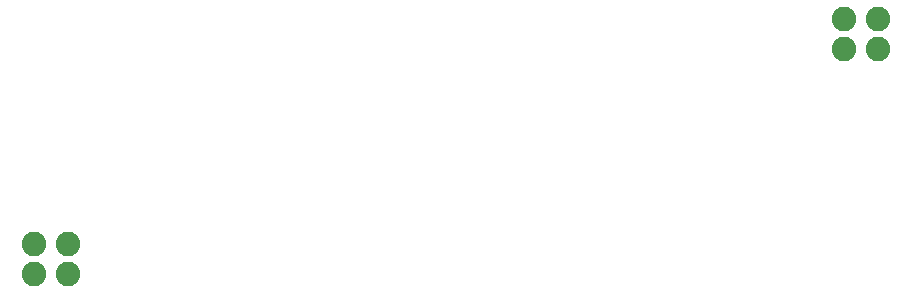
<source format=gbs>
G04 EAGLE Gerber X2 export*
G75*
%MOMM*%
%FSLAX34Y34*%
%LPD*%
%AMOC8*
5,1,8,0,0,1.08239X$1,22.5*%
G01*
%ADD10C,2.082800*%


D10*
X709422Y241300D03*
X738378Y241300D03*
X709422Y215900D03*
X738378Y215900D03*
X23622Y50800D03*
X52578Y50800D03*
X23622Y25400D03*
X52578Y25400D03*
M02*

</source>
